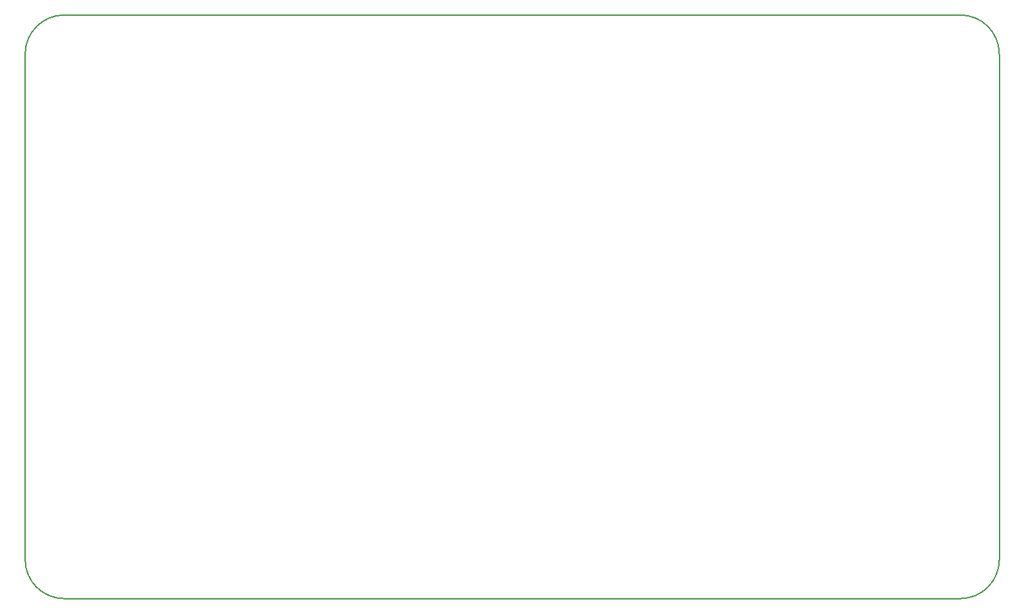
<source format=gbr>
%TF.GenerationSoftware,KiCad,Pcbnew,9.0.1+1*%
%TF.CreationDate,2025-11-18T13:21:53+00:00*%
%TF.ProjectId,nautilus_mainboard,6e617574-696c-4757-935f-6d61696e626f,rev?*%
%TF.SameCoordinates,Original*%
%TF.FileFunction,Profile,NP*%
%FSLAX46Y46*%
G04 Gerber Fmt 4.6, Leading zero omitted, Abs format (unit mm)*
G04 Created by KiCad (PCBNEW 9.0.1+1) date 2025-11-18 13:21:53*
%MOMM*%
%LPD*%
G01*
G04 APERTURE LIST*
%TA.AperFunction,Profile*%
%ADD10C,0.200000*%
%TD*%
G04 APERTURE END LIST*
D10*
X196000000Y-220000000D02*
G75*
G02*
X191000000Y-225000000I-5000000J0D01*
G01*
X71000000Y-155000000D02*
G75*
G02*
X76000000Y-150000000I5000000J0D01*
G01*
X191000000Y-150000000D02*
G75*
G02*
X196000000Y-155000000I0J-5000000D01*
G01*
X196000000Y-155000000D02*
X196000000Y-220000000D01*
X76000000Y-225000000D02*
G75*
G02*
X71000000Y-220000000I0J5000000D01*
G01*
X191000000Y-225000000D02*
X76000000Y-225000000D01*
X71000000Y-220000000D02*
X71000000Y-155000000D01*
X76000000Y-150000000D02*
X191000000Y-150000000D01*
M02*

</source>
